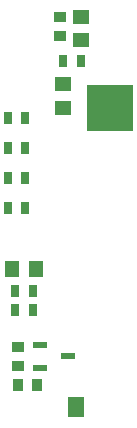
<source format=gbr>
G04*
G04 #@! TF.GenerationSoftware,Altium Limited,Altium Designer,22.4.2 (48)*
G04*
G04 Layer_Color=128*
%FSLAX44Y44*%
%MOMM*%
G71*
G04*
G04 #@! TF.SameCoordinates,838EBF20-BE27-4DE5-A25A-4BBD7161CD63*
G04*
G04*
G04 #@! TF.FilePolarity,Positive*
G04*
G01*
G75*
%ADD16R,4.0000X4.0000*%
%ADD17R,1.0000X0.9500*%
%ADD18R,1.4500X1.7500*%
%ADD20R,0.7500X1.0000*%
%ADD72R,0.9500X1.0000*%
%ADD73R,1.1500X0.6000*%
%ADD74R,1.1500X1.4500*%
%ADD75R,1.4500X1.1500*%
D16*
X135000Y309600D02*
D03*
D17*
X57150Y107060D02*
D03*
Y91060D02*
D03*
X92710Y370800D02*
D03*
Y386800D02*
D03*
D18*
X106680Y55880D02*
D03*
D20*
X54730Y138430D02*
D03*
X69730D02*
D03*
X48500Y250190D02*
D03*
X63500D02*
D03*
X69730Y154220D02*
D03*
X54730D02*
D03*
X95370Y349250D02*
D03*
X110370D02*
D03*
X48500Y300990D02*
D03*
X63500D02*
D03*
Y224790D02*
D03*
X48500D02*
D03*
X63500Y275590D02*
D03*
X48500D02*
D03*
D72*
X73150Y74930D02*
D03*
X57150D02*
D03*
D73*
X76200Y89560D02*
D03*
Y108560D02*
D03*
X99200Y99060D02*
D03*
D74*
X72230Y172720D02*
D03*
X52230D02*
D03*
D75*
X95370Y329600D02*
D03*
Y309600D02*
D03*
X110490Y366800D02*
D03*
Y386800D02*
D03*
M02*

</source>
